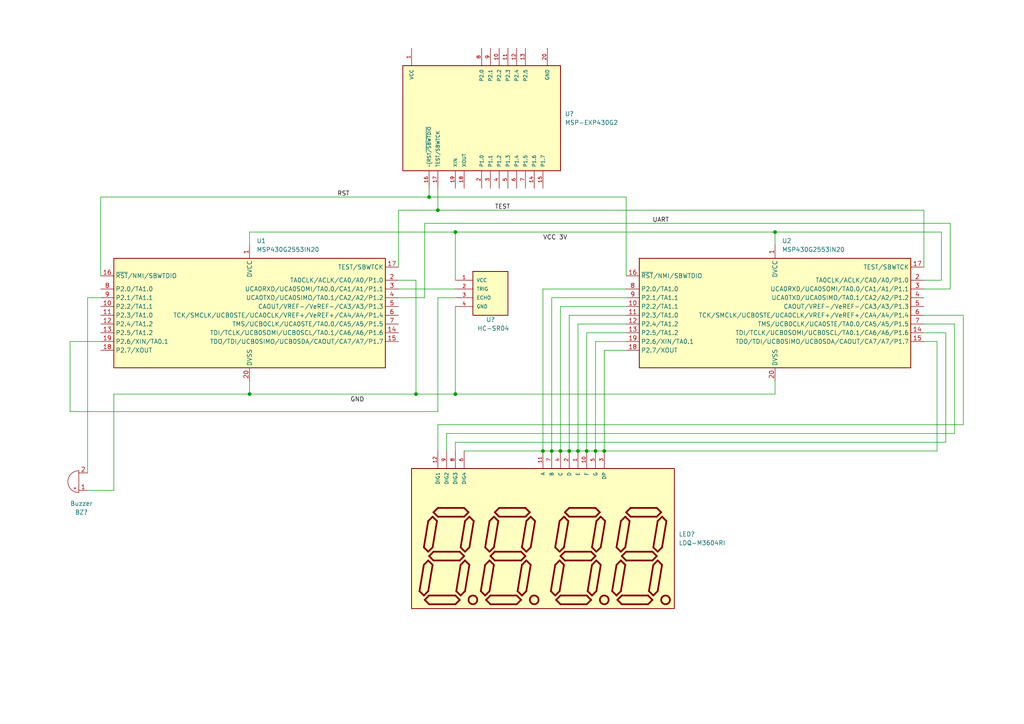
<source format=kicad_sch>
(kicad_sch (version 20211123) (generator eeschema)

  (uuid 92d610a9-3c94-4242-bf44-191b36ddc6b2)

  (paper "A4")

  (lib_symbols
    (symbol "Device:Buzzer" (pin_names (offset 0.0254) hide) (in_bom yes) (on_board yes)
      (property "Reference" "BZ?" (id 0) (at -0.762 8.89 0)
        (effects (font (size 1.27 1.27)))
      )
      (property "Value" "Buzzer" (id 1) (at -0.762 6.35 0)
        (effects (font (size 1.27 1.27)))
      )
      (property "Footprint" "" (id 2) (at 0.635 -2.54 90)
        (effects (font (size 1.27 1.27)) hide)
      )
      (property "Datasheet" "~" (id 3) (at 0.635 -2.54 90)
        (effects (font (size 1.27 1.27)) hide)
      )
      (property "ki_keywords" "quartz resonator ceramic" (id 4) (at 0 0 0)
        (effects (font (size 1.27 1.27)) hide)
      )
      (property "ki_description" "Buzzer, polarized" (id 5) (at 0 0 0)
        (effects (font (size 1.27 1.27)) hide)
      )
      (property "ki_fp_filters" "*Buzzer*" (id 6) (at 0 0 0)
        (effects (font (size 1.27 1.27)) hide)
      )
      (symbol "Buzzer_0_1"
        (arc (start 0 -3.175) (mid 3.175 0) (end 0 3.175)
          (stroke (width 0) (type default) (color 0 0 0 0))
          (fill (type none))
        )
        (polyline
          (pts
            (xy 0 3.175)
            (xy 0 -3.175)
          )
          (stroke (width 0) (type default) (color 0 0 0 0))
          (fill (type none))
        )
        (polyline
          (pts
            (xy 0.889 1.905)
            (xy 1.397 1.905)
          )
          (stroke (width 0) (type default) (color 0 0 0 0))
          (fill (type none))
        )
        (polyline
          (pts
            (xy 1.143 2.159)
            (xy 1.143 1.651)
          )
          (stroke (width 0) (type default) (color 0 0 0 0))
          (fill (type none))
        )
      )
      (symbol "Buzzer_1_1"
        (pin passive line (at -2.54 2.54 0) (length 2.54)
          (name "-" (effects (font (size 1.27 1.27))))
          (number "1" (effects (font (size 1.27 1.27))))
        )
        (pin passive line (at -2.54 -2.54 0) (length 2.54)
          (name "+" (effects (font (size 1.27 1.27))))
          (number "2" (effects (font (size 1.27 1.27))))
        )
      )
    )
    (symbol "HC-SR04:HC-SR04" (pin_names (offset 1.016)) (in_bom yes) (on_board yes)
      (property "Reference" "U" (id 0) (at 0 5.0813 0)
        (effects (font (size 1.27 1.27)) (justify left bottom))
      )
      (property "Value" "HC-SR04" (id 1) (at 0 -10.163 0)
        (effects (font (size 1.27 1.27)) (justify left bottom))
      )
      (property "Footprint" "XCVR_HC-SR04" (id 2) (at 0 0 0)
        (effects (font (size 1.27 1.27)) (justify bottom) hide)
      )
      (property "Datasheet" "" (id 3) (at 0 0 0)
        (effects (font (size 1.27 1.27)) hide)
      )
      (property "MANUFACTURER" "Osepp" (id 4) (at 0 0 0)
        (effects (font (size 1.27 1.27)) (justify bottom) hide)
      )
      (symbol "HC-SR04_0_0"
        (rectangle (start 0 -7.62) (end 10.16 5.08)
          (stroke (width 0.254) (type default) (color 0 0 0 0))
          (fill (type background))
        )
        (pin power_in line (at -5.08 2.54 0) (length 5.08)
          (name "VCC" (effects (font (size 1.016 1.016))))
          (number "1" (effects (font (size 1.016 1.016))))
        )
        (pin bidirectional line (at -5.08 0 0) (length 5.08)
          (name "TRIG" (effects (font (size 1.016 1.016))))
          (number "2" (effects (font (size 1.016 1.016))))
        )
        (pin bidirectional line (at -5.08 -2.54 0) (length 5.08)
          (name "ECHO" (effects (font (size 1.016 1.016))))
          (number "3" (effects (font (size 1.016 1.016))))
        )
        (pin power_in line (at -5.08 -5.08 0) (length 5.08)
          (name "GND" (effects (font (size 1.016 1.016))))
          (number "4" (effects (font (size 1.016 1.016))))
        )
      )
    )
    (symbol "LDQ-M3604RI:LDQ-M3604RI" (pin_names (offset 1.016)) (in_bom yes) (on_board yes)
      (property "Reference" "LED" (id 0) (at -2.54 -20.32 0)
        (effects (font (size 1.27 1.27)) (justify left bottom))
      )
      (property "Value" "LDQ-M3604RI" (id 1) (at -2.54 -22.86 0)
        (effects (font (size 1.27 1.27)) (justify left bottom))
      )
      (property "Footprint" "LDQ-M3604RI" (id 2) (at 0 0 0)
        (effects (font (size 1.27 1.27)) (justify bottom) hide)
      )
      (property "Datasheet" "" (id 3) (at 0 0 0)
        (effects (font (size 1.27 1.27)) hide)
      )
      (property "Package" "None" (id 4) (at 0 0 0)
        (effects (font (size 1.27 1.27)) (justify bottom) hide)
      )
      (property "MP" "LDQ-M3604RI" (id 5) (at 0 0 0)
        (effects (font (size 1.27 1.27)) (justify bottom) hide)
      )
      (property "Description" "Display, Seven Segment, 9.2MM, Red" (id 6) (at 0 0 0)
        (effects (font (size 1.27 1.27)) (justify bottom) hide)
      )
      (property "Availability" "In Stock" (id 7) (at 0 0 0)
        (effects (font (size 1.27 1.27)) (justify bottom) hide)
      )
      (property "MF" "Lumex" (id 8) (at 0 0 0)
        (effects (font (size 1.27 1.27)) (justify bottom) hide)
      )
      (property "Price" "None" (id 9) (at 0 0 0)
        (effects (font (size 1.27 1.27)) (justify bottom) hide)
      )
      (symbol "LDQ-M3604RI_0_0"
        (rectangle (start -38.1 -17.78) (end 38.1 22.86)
          (stroke (width 0.254) (type default) (color 0 0 0 0))
          (fill (type background))
        )
        (circle (center -20.32 -15.24) (radius 1.27)
          (stroke (width 0.508) (type default) (color 0 0 0 0))
          (fill (type none))
        )
        (circle (center -2.54 -15.24) (radius 1.27)
          (stroke (width 0.508) (type default) (color 0 0 0 0))
          (fill (type none))
        )
        (polyline
          (pts
            (xy -35.814 -12.7)
            (xy -34.544 -13.97)
          )
          (stroke (width 0.508) (type default) (color 0 0 0 0))
          (fill (type none))
        )
        (polyline
          (pts
            (xy -34.544 -13.97)
            (xy -33.274 -12.7)
          )
          (stroke (width 0.508) (type default) (color 0 0 0 0))
          (fill (type none))
        )
        (polyline
          (pts
            (xy -34.544 -5.08)
            (xy -35.814 -12.7)
          )
          (stroke (width 0.508) (type default) (color 0 0 0 0))
          (fill (type none))
        )
        (polyline
          (pts
            (xy -34.544 0)
            (xy -33.274 -1.27)
          )
          (stroke (width 0.508) (type default) (color 0 0 0 0))
          (fill (type none))
        )
        (polyline
          (pts
            (xy -34.29 -15.24)
            (xy -33.02 -16.51)
          )
          (stroke (width 0.508) (type default) (color 0 0 0 0))
          (fill (type none))
        )
        (polyline
          (pts
            (xy -34.29 -15.24)
            (xy -33.02 -13.97)
          )
          (stroke (width 0.508) (type default) (color 0 0 0 0))
          (fill (type none))
        )
        (polyline
          (pts
            (xy -33.274 -12.7)
            (xy -32.004 -5.08)
          )
          (stroke (width 0.508) (type default) (color 0 0 0 0))
          (fill (type none))
        )
        (polyline
          (pts
            (xy -33.274 -3.81)
            (xy -34.544 -5.08)
          )
          (stroke (width 0.508) (type default) (color 0 0 0 0))
          (fill (type none))
        )
        (polyline
          (pts
            (xy -33.274 -3.81)
            (xy -32.004 -5.08)
          )
          (stroke (width 0.508) (type default) (color 0 0 0 0))
          (fill (type none))
        )
        (polyline
          (pts
            (xy -33.274 -1.27)
            (xy -32.004 0)
          )
          (stroke (width 0.508) (type default) (color 0 0 0 0))
          (fill (type none))
        )
        (polyline
          (pts
            (xy -33.274 7.62)
            (xy -34.544 0)
          )
          (stroke (width 0.508) (type default) (color 0 0 0 0))
          (fill (type none))
        )
        (polyline
          (pts
            (xy -33.02 -16.51)
            (xy -25.4 -16.51)
          )
          (stroke (width 0.508) (type default) (color 0 0 0 0))
          (fill (type none))
        )
        (polyline
          (pts
            (xy -33.02 -2.54)
            (xy -31.75 -3.81)
          )
          (stroke (width 0.508) (type default) (color 0 0 0 0))
          (fill (type none))
        )
        (polyline
          (pts
            (xy -33.02 -2.54)
            (xy -31.75 -1.27)
          )
          (stroke (width 0.508) (type default) (color 0 0 0 0))
          (fill (type none))
        )
        (polyline
          (pts
            (xy -32.004 0)
            (xy -30.734 7.62)
          )
          (stroke (width 0.508) (type default) (color 0 0 0 0))
          (fill (type none))
        )
        (polyline
          (pts
            (xy -32.004 8.89)
            (xy -33.274 7.62)
          )
          (stroke (width 0.508) (type default) (color 0 0 0 0))
          (fill (type none))
        )
        (polyline
          (pts
            (xy -32.004 8.89)
            (xy -30.734 7.62)
          )
          (stroke (width 0.508) (type default) (color 0 0 0 0))
          (fill (type none))
        )
        (polyline
          (pts
            (xy -31.75 -3.81)
            (xy -24.13 -3.81)
          )
          (stroke (width 0.508) (type default) (color 0 0 0 0))
          (fill (type none))
        )
        (polyline
          (pts
            (xy -31.75 10.16)
            (xy -30.48 11.43)
          )
          (stroke (width 0.508) (type default) (color 0 0 0 0))
          (fill (type none))
        )
        (polyline
          (pts
            (xy -30.48 8.89)
            (xy -31.75 10.16)
          )
          (stroke (width 0.508) (type default) (color 0 0 0 0))
          (fill (type none))
        )
        (polyline
          (pts
            (xy -30.48 11.43)
            (xy -22.86 11.43)
          )
          (stroke (width 0.508) (type default) (color 0 0 0 0))
          (fill (type none))
        )
        (polyline
          (pts
            (xy -25.4 -16.51)
            (xy -24.13 -15.24)
          )
          (stroke (width 0.508) (type default) (color 0 0 0 0))
          (fill (type none))
        )
        (polyline
          (pts
            (xy -25.4 -13.97)
            (xy -33.02 -13.97)
          )
          (stroke (width 0.508) (type default) (color 0 0 0 0))
          (fill (type none))
        )
        (polyline
          (pts
            (xy -25.146 -12.7)
            (xy -23.876 -13.97)
          )
          (stroke (width 0.508) (type default) (color 0 0 0 0))
          (fill (type none))
        )
        (polyline
          (pts
            (xy -24.13 -15.24)
            (xy -25.4 -13.97)
          )
          (stroke (width 0.508) (type default) (color 0 0 0 0))
          (fill (type none))
        )
        (polyline
          (pts
            (xy -24.13 -3.81)
            (xy -22.86 -2.54)
          )
          (stroke (width 0.508) (type default) (color 0 0 0 0))
          (fill (type none))
        )
        (polyline
          (pts
            (xy -24.13 -1.27)
            (xy -31.75 -1.27)
          )
          (stroke (width 0.508) (type default) (color 0 0 0 0))
          (fill (type none))
        )
        (polyline
          (pts
            (xy -23.876 -13.97)
            (xy -22.606 -12.7)
          )
          (stroke (width 0.508) (type default) (color 0 0 0 0))
          (fill (type none))
        )
        (polyline
          (pts
            (xy -23.876 -5.08)
            (xy -25.146 -12.7)
          )
          (stroke (width 0.508) (type default) (color 0 0 0 0))
          (fill (type none))
        )
        (polyline
          (pts
            (xy -23.876 0)
            (xy -22.606 -1.27)
          )
          (stroke (width 0.508) (type default) (color 0 0 0 0))
          (fill (type none))
        )
        (polyline
          (pts
            (xy -22.86 -2.54)
            (xy -24.13 -1.27)
          )
          (stroke (width 0.508) (type default) (color 0 0 0 0))
          (fill (type none))
        )
        (polyline
          (pts
            (xy -22.86 8.89)
            (xy -30.48 8.89)
          )
          (stroke (width 0.508) (type default) (color 0 0 0 0))
          (fill (type none))
        )
        (polyline
          (pts
            (xy -22.86 11.43)
            (xy -21.59 10.16)
          )
          (stroke (width 0.508) (type default) (color 0 0 0 0))
          (fill (type none))
        )
        (polyline
          (pts
            (xy -22.606 -12.7)
            (xy -21.336 -5.08)
          )
          (stroke (width 0.508) (type default) (color 0 0 0 0))
          (fill (type none))
        )
        (polyline
          (pts
            (xy -22.606 -3.81)
            (xy -23.876 -5.08)
          )
          (stroke (width 0.508) (type default) (color 0 0 0 0))
          (fill (type none))
        )
        (polyline
          (pts
            (xy -22.606 -3.81)
            (xy -21.336 -5.08)
          )
          (stroke (width 0.508) (type default) (color 0 0 0 0))
          (fill (type none))
        )
        (polyline
          (pts
            (xy -22.606 -1.27)
            (xy -21.336 0)
          )
          (stroke (width 0.508) (type default) (color 0 0 0 0))
          (fill (type none))
        )
        (polyline
          (pts
            (xy -22.606 7.62)
            (xy -23.876 0)
          )
          (stroke (width 0.508) (type default) (color 0 0 0 0))
          (fill (type none))
        )
        (polyline
          (pts
            (xy -21.59 10.16)
            (xy -22.86 8.89)
          )
          (stroke (width 0.508) (type default) (color 0 0 0 0))
          (fill (type none))
        )
        (polyline
          (pts
            (xy -21.336 0)
            (xy -20.066 7.62)
          )
          (stroke (width 0.508) (type default) (color 0 0 0 0))
          (fill (type none))
        )
        (polyline
          (pts
            (xy -21.336 8.89)
            (xy -22.606 7.62)
          )
          (stroke (width 0.508) (type default) (color 0 0 0 0))
          (fill (type none))
        )
        (polyline
          (pts
            (xy -21.336 8.89)
            (xy -20.066 7.62)
          )
          (stroke (width 0.508) (type default) (color 0 0 0 0))
          (fill (type none))
        )
        (polyline
          (pts
            (xy -18.034 -12.7)
            (xy -16.764 -13.97)
          )
          (stroke (width 0.508) (type default) (color 0 0 0 0))
          (fill (type none))
        )
        (polyline
          (pts
            (xy -16.764 -13.97)
            (xy -15.494 -12.7)
          )
          (stroke (width 0.508) (type default) (color 0 0 0 0))
          (fill (type none))
        )
        (polyline
          (pts
            (xy -16.764 -5.08)
            (xy -18.034 -12.7)
          )
          (stroke (width 0.508) (type default) (color 0 0 0 0))
          (fill (type none))
        )
        (polyline
          (pts
            (xy -16.764 0)
            (xy -15.494 -1.27)
          )
          (stroke (width 0.508) (type default) (color 0 0 0 0))
          (fill (type none))
        )
        (polyline
          (pts
            (xy -16.51 -15.24)
            (xy -15.24 -16.51)
          )
          (stroke (width 0.508) (type default) (color 0 0 0 0))
          (fill (type none))
        )
        (polyline
          (pts
            (xy -16.51 -15.24)
            (xy -15.24 -13.97)
          )
          (stroke (width 0.508) (type default) (color 0 0 0 0))
          (fill (type none))
        )
        (polyline
          (pts
            (xy -15.494 -12.7)
            (xy -14.224 -5.08)
          )
          (stroke (width 0.508) (type default) (color 0 0 0 0))
          (fill (type none))
        )
        (polyline
          (pts
            (xy -15.494 -3.81)
            (xy -16.764 -5.08)
          )
          (stroke (width 0.508) (type default) (color 0 0 0 0))
          (fill (type none))
        )
        (polyline
          (pts
            (xy -15.494 -3.81)
            (xy -14.224 -5.08)
          )
          (stroke (width 0.508) (type default) (color 0 0 0 0))
          (fill (type none))
        )
        (polyline
          (pts
            (xy -15.494 -1.27)
            (xy -14.224 0)
          )
          (stroke (width 0.508) (type default) (color 0 0 0 0))
          (fill (type none))
        )
        (polyline
          (pts
            (xy -15.494 7.62)
            (xy -16.764 0)
          )
          (stroke (width 0.508) (type default) (color 0 0 0 0))
          (fill (type none))
        )
        (polyline
          (pts
            (xy -15.24 -16.51)
            (xy -7.62 -16.51)
          )
          (stroke (width 0.508) (type default) (color 0 0 0 0))
          (fill (type none))
        )
        (polyline
          (pts
            (xy -15.24 -2.54)
            (xy -13.97 -3.81)
          )
          (stroke (width 0.508) (type default) (color 0 0 0 0))
          (fill (type none))
        )
        (polyline
          (pts
            (xy -15.24 -2.54)
            (xy -13.97 -1.27)
          )
          (stroke (width 0.508) (type default) (color 0 0 0 0))
          (fill (type none))
        )
        (polyline
          (pts
            (xy -14.224 0)
            (xy -12.954 7.62)
          )
          (stroke (width 0.508) (type default) (color 0 0 0 0))
          (fill (type none))
        )
        (polyline
          (pts
            (xy -14.224 8.89)
            (xy -15.494 7.62)
          )
          (stroke (width 0.508) (type default) (color 0 0 0 0))
          (fill (type none))
        )
        (polyline
          (pts
            (xy -14.224 8.89)
            (xy -12.954 7.62)
          )
          (stroke (width 0.508) (type default) (color 0 0 0 0))
          (fill (type none))
        )
        (polyline
          (pts
            (xy -13.97 -3.81)
            (xy -6.35 -3.81)
          )
          (stroke (width 0.508) (type default) (color 0 0 0 0))
          (fill (type none))
        )
        (polyline
          (pts
            (xy -13.97 10.16)
            (xy -12.7 11.43)
          )
          (stroke (width 0.508) (type default) (color 0 0 0 0))
          (fill (type none))
        )
        (polyline
          (pts
            (xy -12.7 8.89)
            (xy -13.97 10.16)
          )
          (stroke (width 0.508) (type default) (color 0 0 0 0))
          (fill (type none))
        )
        (polyline
          (pts
            (xy -12.7 11.43)
            (xy -5.08 11.43)
          )
          (stroke (width 0.508) (type default) (color 0 0 0 0))
          (fill (type none))
        )
        (polyline
          (pts
            (xy -7.62 -16.51)
            (xy -6.35 -15.24)
          )
          (stroke (width 0.508) (type default) (color 0 0 0 0))
          (fill (type none))
        )
        (polyline
          (pts
            (xy -7.62 -13.97)
            (xy -15.24 -13.97)
          )
          (stroke (width 0.508) (type default) (color 0 0 0 0))
          (fill (type none))
        )
        (polyline
          (pts
            (xy -7.366 -12.7)
            (xy -6.096 -13.97)
          )
          (stroke (width 0.508) (type default) (color 0 0 0 0))
          (fill (type none))
        )
        (polyline
          (pts
            (xy -6.35 -15.24)
            (xy -7.62 -13.97)
          )
          (stroke (width 0.508) (type default) (color 0 0 0 0))
          (fill (type none))
        )
        (polyline
          (pts
            (xy -6.35 -3.81)
            (xy -5.08 -2.54)
          )
          (stroke (width 0.508) (type default) (color 0 0 0 0))
          (fill (type none))
        )
        (polyline
          (pts
            (xy -6.35 -1.27)
            (xy -13.97 -1.27)
          )
          (stroke (width 0.508) (type default) (color 0 0 0 0))
          (fill (type none))
        )
        (polyline
          (pts
            (xy -6.096 -13.97)
            (xy -4.826 -12.7)
          )
          (stroke (width 0.508) (type default) (color 0 0 0 0))
          (fill (type none))
        )
        (polyline
          (pts
            (xy -6.096 -5.08)
            (xy -7.366 -12.7)
          )
          (stroke (width 0.508) (type default) (color 0 0 0 0))
          (fill (type none))
        )
        (polyline
          (pts
            (xy -6.096 0)
            (xy -4.826 -1.27)
          )
          (stroke (width 0.508) (type default) (color 0 0 0 0))
          (fill (type none))
        )
        (polyline
          (pts
            (xy -5.08 -2.54)
            (xy -6.35 -1.27)
          )
          (stroke (width 0.508) (type default) (color 0 0 0 0))
          (fill (type none))
        )
        (polyline
          (pts
            (xy -5.08 8.89)
            (xy -12.7 8.89)
          )
          (stroke (width 0.508) (type default) (color 0 0 0 0))
          (fill (type none))
        )
        (polyline
          (pts
            (xy -5.08 11.43)
            (xy -3.81 10.16)
          )
          (stroke (width 0.508) (type default) (color 0 0 0 0))
          (fill (type none))
        )
        (polyline
          (pts
            (xy -4.826 -12.7)
            (xy -3.556 -5.08)
          )
          (stroke (width 0.508) (type default) (color 0 0 0 0))
          (fill (type none))
        )
        (polyline
          (pts
            (xy -4.826 -3.81)
            (xy -6.096 -5.08)
          )
          (stroke (width 0.508) (type default) (color 0 0 0 0))
          (fill (type none))
        )
        (polyline
          (pts
            (xy -4.826 -3.81)
            (xy -3.556 -5.08)
          )
          (stroke (width 0.508) (type default) (color 0 0 0 0))
          (fill (type none))
        )
        (polyline
          (pts
            (xy -4.826 -1.27)
            (xy -3.556 0)
          )
          (stroke (width 0.508) (type default) (color 0 0 0 0))
          (fill (type none))
        )
        (polyline
          (pts
            (xy -4.826 7.62)
            (xy -6.096 0)
          )
          (stroke (width 0.508) (type default) (color 0 0 0 0))
          (fill (type none))
        )
        (polyline
          (pts
            (xy -3.81 10.16)
            (xy -5.08 8.89)
          )
          (stroke (width 0.508) (type default) (color 0 0 0 0))
          (fill (type none))
        )
        (polyline
          (pts
            (xy -3.556 0)
            (xy -2.286 7.62)
          )
          (stroke (width 0.508) (type default) (color 0 0 0 0))
          (fill (type none))
        )
        (polyline
          (pts
            (xy -3.556 8.89)
            (xy -4.826 7.62)
          )
          (stroke (width 0.508) (type default) (color 0 0 0 0))
          (fill (type none))
        )
        (polyline
          (pts
            (xy -3.556 8.89)
            (xy -2.286 7.62)
          )
          (stroke (width 0.508) (type default) (color 0 0 0 0))
          (fill (type none))
        )
        (polyline
          (pts
            (xy 2.286 -12.7)
            (xy 3.556 -13.97)
          )
          (stroke (width 0.508) (type default) (color 0 0 0 0))
          (fill (type none))
        )
        (polyline
          (pts
            (xy 3.556 -13.97)
            (xy 4.826 -12.7)
          )
          (stroke (width 0.508) (type default) (color 0 0 0 0))
          (fill (type none))
        )
        (polyline
          (pts
            (xy 3.556 -5.08)
            (xy 2.286 -12.7)
          )
          (stroke (width 0.508) (type default) (color 0 0 0 0))
          (fill (type none))
        )
        (polyline
          (pts
            (xy 3.556 0)
            (xy 4.826 -1.27)
          )
          (stroke (width 0.508) (type default) (color 0 0 0 0))
          (fill (type none))
        )
        (polyline
          (pts
            (xy 3.81 -15.24)
            (xy 5.08 -16.51)
          )
          (stroke (width 0.508) (type default) (color 0 0 0 0))
          (fill (type none))
        )
        (polyline
          (pts
            (xy 3.81 -15.24)
            (xy 5.08 -13.97)
          )
          (stroke (width 0.508) (type default) (color 0 0 0 0))
          (fill (type none))
        )
        (polyline
          (pts
            (xy 4.826 -12.7)
            (xy 6.096 -5.08)
          )
          (stroke (width 0.508) (type default) (color 0 0 0 0))
          (fill (type none))
        )
        (polyline
          (pts
            (xy 4.826 -3.81)
            (xy 3.556 -5.08)
          )
          (stroke (width 0.508) (type default) (color 0 0 0 0))
          (fill (type none))
        )
        (polyline
          (pts
            (xy 4.826 -3.81)
            (xy 6.096 -5.08)
          )
          (stroke (width 0.508) (type default) (color 0 0 0 0))
          (fill (type none))
        )
        (polyline
          (pts
            (xy 4.826 -1.27)
            (xy 6.096 0)
          )
          (stroke (width 0.508) (type default) (color 0 0 0 0))
          (fill (type none))
        )
        (polyline
          (pts
            (xy 4.826 7.62)
            (xy 3.556 0)
          )
          (stroke (width 0.508) (type default) (color 0 0 0 0))
          (fill (type none))
        )
        (polyline
          (pts
            (xy 5.08 -16.51)
            (xy 12.7 -16.51)
          )
          (stroke (width 0.508) (type default) (color 0 0 0 0))
          (fill (type none))
        )
        (polyline
          (pts
            (xy 5.08 -2.54)
            (xy 6.35 -3.81)
          )
          (stroke (width 0.508) (type default) (color 0 0 0 0))
          (fill (type none))
        )
        (polyline
          (pts
            (xy 5.08 -2.54)
            (xy 6.35 -1.27)
          )
          (stroke (width 0.508) (type default) (color 0 0 0 0))
          (fill (type none))
        )
        (polyline
          (pts
            (xy 6.096 0)
            (xy 7.366 7.62)
          )
          (stroke (width 0.508) (type default) (color 0 0 0 0))
          (fill (type none))
        )
        (polyline
          (pts
            (xy 6.096 8.89)
            (xy 4.826 7.62)
          )
          (stroke (width 0.508) (type default) (color 0 0 0 0))
          (fill (type none))
        )
        (polyline
          (pts
            (xy 6.096 8.89)
            (xy 7.366 7.62)
          )
          (stroke (width 0.508) (type default) (color 0 0 0 0))
          (fill (type none))
        )
        (polyline
          (pts
            (xy 6.35 -3.81)
            (xy 13.97 -3.81)
          )
          (stroke (width 0.508) (type default) (color 0 0 0 0))
          (fill (type none))
        )
        (polyline
          (pts
            (xy 6.35 10.16)
            (xy 7.62 11.43)
          )
          (stroke (width 0.508) (type default) (color 0 0 0 0))
          (fill (type none))
        )
        (polyline
          (pts
            (xy 7.62 8.89)
            (xy 6.35 10.16)
          )
          (stroke (width 0.508) (type default) (color 0 0 0 0))
          (fill (type none))
        )
        (polyline
          (pts
            (xy 7.62 11.43)
            (xy 15.24 11.43)
          )
          (stroke (width 0.508) (type default) (color 0 0 0 0))
          (fill (type none))
        )
        (polyline
          (pts
            (xy 12.7 -16.51)
            (xy 13.97 -15.24)
          )
          (stroke (width 0.508) (type default) (color 0 0 0 0))
          (fill (type none))
        )
        (polyline
          (pts
            (xy 12.7 -13.97)
            (xy 5.08 -13.97)
          )
          (stroke (width 0.508) (type default) (color 0 0 0 0))
          (fill (type none))
        )
        (polyline
          (pts
            (xy 12.954 -12.7)
            (xy 14.224 -13.97)
          )
          (stroke (width 0.508) (type default) (color 0 0 0 0))
          (fill (type none))
        )
        (polyline
          (pts
            (xy 13.97 -15.24)
            (xy 12.7 -13.97)
          )
          (stroke (width 0.508) (type default) (color 0 0 0 0))
          (fill (type none))
        )
        (polyline
          (pts
            (xy 13.97 -3.81)
            (xy 15.24 -2.54)
          )
          (stroke (width 0.508) (type default) (color 0 0 0 0))
          (fill (type none))
        )
        (polyline
          (pts
            (xy 13.97 -1.27)
            (xy 6.35 -1.27)
          )
          (stroke (width 0.508) (type default) (color 0 0 0 0))
          (fill (type none))
        )
        (polyline
          (pts
            (xy 14.224 -13.97)
            (xy 15.494 -12.7)
          )
          (stroke (width 0.508) (type default) (color 0 0 0 0))
          (fill (type none))
        )
        (polyline
          (pts
            (xy 14.224 -5.08)
            (xy 12.954 -12.7)
          )
          (stroke (width 0.508) (type default) (color 0 0 0 0))
          (fill (type none))
        )
        (polyline
          (pts
            (xy 14.224 0)
            (xy 15.494 -1.27)
          )
          (stroke (width 0.508) (type default) (color 0 0 0 0))
          (fill (type none))
        )
        (polyline
          (pts
            (xy 15.24 -2.54)
            (xy 13.97 -1.27)
          )
          (stroke (width 0.508) (type default) (color 0 0 0 0))
          (fill (type none))
        )
        (polyline
          (pts
            (xy 15.24 8.89)
            (xy 7.62 8.89)
          )
          (stroke (width 0.508) (type default) (color 0 0 0 0))
          (fill (type none))
        )
        (polyline
          (pts
            (xy 15.24 11.43)
            (xy 16.51 10.16)
          )
          (stroke (width 0.508) (type default) (color 0 0 0 0))
          (fill (type none))
        )
        (polyline
          (pts
            (xy 15.494 -12.7)
            (xy 16.764 -5.08)
          )
          (stroke (width 0.508) (type default) (color 0 0 0 0))
          (fill (type none))
        )
        (polyline
          (pts
            (xy 15.494 -3.81)
            (xy 14.224 -5.08)
          )
          (stroke (width 0.508) (type default) (color 0 0 0 0))
          (fill (type none))
        )
        (polyline
          (pts
            (xy 15.494 -3.81)
            (xy 16.764 -5.08)
          )
          (stroke (width 0.508) (type default) (color 0 0 0 0))
          (fill (type none))
        )
        (polyline
          (pts
            (xy 15.494 -1.27)
            (xy 16.764 0)
          )
          (stroke (width 0.508) (type default) (color 0 0 0 0))
          (fill (type none))
        )
        (polyline
          (pts
            (xy 15.494 7.62)
            (xy 14.224 0)
          )
          (stroke (width 0.508) (type default) (color 0 0 0 0))
          (fill (type none))
        )
        (polyline
          (pts
            (xy 16.51 10.16)
            (xy 15.24 8.89)
          )
          (stroke (width 0.508) (type default) (color 0 0 0 0))
          (fill (type none))
        )
        (polyline
          (pts
            (xy 16.764 0)
            (xy 18.034 7.62)
          )
          (stroke (width 0.508) (type default) (color 0 0 0 0))
          (fill (type none))
        )
        (polyline
          (pts
            (xy 16.764 8.89)
            (xy 15.494 7.62)
          )
          (stroke (width 0.508) (type default) (color 0 0 0 0))
          (fill (type none))
        )
        (polyline
          (pts
            (xy 16.764 8.89)
            (xy 18.034 7.62)
          )
          (stroke (width 0.508) (type default) (color 0 0 0 0))
          (fill (type none))
        )
        (polyline
          (pts
            (xy 20.066 -12.7)
            (xy 21.336 -13.97)
          )
          (stroke (width 0.508) (type default) (color 0 0 0 0))
          (fill (type none))
        )
        (polyline
          (pts
            (xy 21.336 -13.97)
            (xy 22.606 -12.7)
          )
          (stroke (width 0.508) (type default) (color 0 0 0 0))
          (fill (type none))
        )
        (polyline
          (pts
            (xy 21.336 -5.08)
            (xy 20.066 -12.7)
          )
          (stroke (width 0.508) (type default) (color 0 0 0 0))
          (fill (type none))
        )
        (polyline
          (pts
            (xy 21.336 0)
            (xy 22.606 -1.27)
          )
          (stroke (width 0.508) (type default) (color 0 0 0 0))
          (fill (type none))
        )
        (polyline
          (pts
            (xy 21.59 -15.24)
            (xy 22.86 -16.51)
          )
          (stroke (width 0.508) (type default) (color 0 0 0 0))
          (fill (type none))
        )
        (polyline
          (pts
            (xy 21.59 -15.24)
            (xy 22.86 -13.97)
          )
          (stroke (width 0.508) (type default) (color 0 0 0 0))
          (fill (type none))
        )
        (polyline
          (pts
            (xy 22.606 -12.7)
            (xy 23.876 -5.08)
          )
          (stroke (width 0.508) (type default) (color 0 0 0 0))
          (fill (type none))
        )
        (polyline
          (pts
            (xy 22.606 -3.81)
            (xy 21.336 -5.08)
          )
          (stroke (width 0.508) (type default) (color 0 0 0 0))
          (fill (type none))
        )
        (polyline
          (pts
            (xy 22.606 -3.81)
            (xy 23.876 -5.08)
          )
          (stroke (width 0.508) (type default) (color 0 0 0 0))
          (fill (type none))
        )
        (polyline
          (pts
            (xy 22.606 -1.27)
            (xy 23.876 0)
          )
          (stroke (width 0.508) (type default) (color 0 0 0 0))
          (fill (type none))
        )
        (polyline
          (pts
            (xy 22.606 7.62)
            (xy 21.336 0)
          )
          (stroke (width 0.508) (type default) (color 0 0 0 0))
          (fill (type none))
        )
        (polyline
          (pts
            (xy 22.86 -16.51)
            (xy 30.48 -16.51)
          )
          (stroke (width 0.508) (type default) (color 0 0 0 0))
          (fill (type none))
        )
        (polyline
          (pts
            (xy 22.86 -2.54)
            (xy 24.13 -3.81)
          )
          (stroke (width 0.508) (type default) (color 0 0 0 0))
          (fill (type none))
        )
        (polyline
          (pts
            (xy 22.86 -2.54)
            (xy 24.13 -1.27)
          )
          (stroke (width 0.508) (type default) (color 0 0 0 0))
          (fill (type none))
        )
        (polyline
          (pts
            (xy 23.876 0)
            (xy 25.146 7.62)
          )
          (stroke (width 0.508) (type default) (color 0 0 0 0))
          (fill (type none))
        )
        (polyline
          (pts
            (xy 23.876 8.89)
            (xy 22.606 7.62)
          )
          (stroke (width 0.508) (type default) (color 0 0 0 0))
          (fill (type none))
        )
        (polyline
          (pts
            (xy 23.876 8.89)
            (xy 25.146 7.62)
          )
          (stroke (width 0.508) (type default) (color 0 0 0 0))
          (fill (type none))
        )
        (polyline
          (pts
            (xy 24.13 -3.81)
            (xy 31.75 -3.81)
          )
          (stroke (width 0.508) (type default) (color 0 0 0 0))
          (fill (type none))
        )
        (polyline
          (pts
            (xy 24.13 10.16)
            (xy 25.4 11.43)
          )
          (stroke (width 0.508) (type default) (color 0 0 0 0))
          (fill (type none))
        )
        (polyline
          (pts
            (xy 25.4 8.89)
            (xy 24.13 10.16)
          )
          (stroke (width 0.508) (type default) (color 0 0 0 0))
          (fill (type none))
        )
        (polyline
          (pts
            (xy 25.4 11.43)
            (xy 33.02 11.43)
          )
          (stroke (width 0.508) (type default) (color 0 0 0 0))
          (fill (type none))
        )
        (polyline
          (pts
            (xy 30.48 -16.51)
            (xy 31.75 -15.24)
          )
          (stroke (width 0.508) (type default) (color 0 0 0 0))
          (fill (type none))
        )
        (polyline
          (pts
            (xy 30.48 -13.97)
            (xy 22.86 -13.97)
          )
          (stroke (width 0.508) (type default) (color 0 0 0 0))
          (fill (type none))
        )
        (polyline
          (pts
            (xy 30.734 -12.7)
            (xy 32.004 -13.97)
          )
          (stroke (width 0.508) (type default) (color 0 0 0 0))
          (fill (type none))
        )
        (polyline
          (pts
            (xy 31.75 -15.24)
            (xy 30.48 -13.97)
          )
          (stroke (width 0.508) (type default) (color 0 0 0 0))
          (fill (type none))
        )
        (polyline
          (pts
            (xy 31.75 -3.81)
            (xy 33.02 -2.54)
          )
          (stroke (width 0.508) (type default) (color 0 0 0 0))
          (fill (type none))
        )
        (polyline
          (pts
            (xy 31.75 -1.27)
            (xy 24.13 -1.27)
          )
          (stroke (width 0.508) (type default) (color 0 0 0 0))
          (fill (type none))
        )
        (polyline
          (pts
            (xy 32.004 -13.97)
            (xy 33.274 -12.7)
          )
          (stroke (width 0.508) (type default) (color 0 0 0 0))
          (fill (type none))
        )
        (polyline
          (pts
            (xy 32.004 -5.08)
            (xy 30.734 -12.7)
          )
          (stroke (width 0.508) (type default) (color 0 0 0 0))
          (fill (type none))
        )
        (polyline
          (pts
            (xy 32.004 0)
            (xy 33.274 -1.27)
          )
          (stroke (width 0.508) (type default) (color 0 0 0 0))
          (fill (type none))
        )
        (polyline
          (pts
            (xy 33.02 -2.54)
            (xy 31.75 -1.27)
          )
          (stroke (width 0.508) (type default) (color 0 0 0 0))
          (fill (type none))
        )
        (polyline
          (pts
            (xy 33.02 8.89)
            (xy 25.4 8.89)
          )
          (stroke (width 0.508) (type default) (color 0 0 0 0))
          (fill (type none))
        )
        (polyline
          (pts
            (xy 33.02 11.43)
            (xy 34.29 10.16)
          )
          (stroke (width 0.508) (type default) (color 0 0 0 0))
          (fill (type none))
        )
        (polyline
          (pts
            (xy 33.274 -12.7)
            (xy 34.544 -5.08)
          )
          (stroke (width 0.508) (type default) (color 0 0 0 0))
          (fill (type none))
        )
        (polyline
          (pts
            (xy 33.274 -3.81)
            (xy 32.004 -5.08)
          )
          (stroke (width 0.508) (type default) (color 0 0 0 0))
          (fill (type none))
        )
        (polyline
          (pts
            (xy 33.274 -3.81)
            (xy 34.544 -5.08)
          )
          (stroke (width 0.508) (type default) (color 0 0 0 0))
          (fill (type none))
        )
        (polyline
          (pts
            (xy 33.274 -1.27)
            (xy 34.544 0)
          )
          (stroke (width 0.508) (type default) (color 0 0 0 0))
          (fill (type none))
        )
        (polyline
          (pts
            (xy 33.274 7.62)
            (xy 32.004 0)
          )
          (stroke (width 0.508) (type default) (color 0 0 0 0))
          (fill (type none))
        )
        (polyline
          (pts
            (xy 34.29 10.16)
            (xy 33.02 8.89)
          )
          (stroke (width 0.508) (type default) (color 0 0 0 0))
          (fill (type none))
        )
        (polyline
          (pts
            (xy 34.544 0)
            (xy 35.814 7.62)
          )
          (stroke (width 0.508) (type default) (color 0 0 0 0))
          (fill (type none))
        )
        (polyline
          (pts
            (xy 34.544 8.89)
            (xy 33.274 7.62)
          )
          (stroke (width 0.508) (type default) (color 0 0 0 0))
          (fill (type none))
        )
        (polyline
          (pts
            (xy 34.544 8.89)
            (xy 35.814 7.62)
          )
          (stroke (width 0.508) (type default) (color 0 0 0 0))
          (fill (type none))
        )
        (circle (center 17.78 -15.24) (radius 1.27)
          (stroke (width 0.508) (type default) (color 0 0 0 0))
          (fill (type none))
        )
        (circle (center 35.56 -15.24) (radius 1.27)
          (stroke (width 0.508) (type default) (color 0 0 0 0))
          (fill (type none))
        )
        (pin bidirectional line (at 10.16 27.94 270) (length 5.08)
          (name "E" (effects (font (size 1.016 1.016))))
          (number "1" (effects (font (size 1.016 1.016))))
        )
        (pin bidirectional line (at 12.7 27.94 270) (length 5.08)
          (name "F" (effects (font (size 1.016 1.016))))
          (number "10" (effects (font (size 1.016 1.016))))
        )
        (pin bidirectional line (at 0 27.94 270) (length 5.08)
          (name "A" (effects (font (size 1.016 1.016))))
          (number "11" (effects (font (size 1.016 1.016))))
        )
        (pin bidirectional line (at -30.48 27.94 270) (length 5.08)
          (name "DIG1" (effects (font (size 1.016 1.016))))
          (number "12" (effects (font (size 1.016 1.016))))
        )
        (pin bidirectional line (at 7.62 27.94 270) (length 5.08)
          (name "D" (effects (font (size 1.016 1.016))))
          (number "2" (effects (font (size 1.016 1.016))))
        )
        (pin bidirectional line (at 17.78 27.94 270) (length 5.08)
          (name "DP" (effects (font (size 1.016 1.016))))
          (number "3" (effects (font (size 1.016 1.016))))
        )
        (pin bidirectional line (at 5.08 27.94 270) (length 5.08)
          (name "C" (effects (font (size 1.016 1.016))))
          (number "4" (effects (font (size 1.016 1.016))))
        )
        (pin bidirectional line (at 15.24 27.94 270) (length 5.08)
          (name "G" (effects (font (size 1.016 1.016))))
          (number "5" (effects (font (size 1.016 1.016))))
        )
        (pin bidirectional line (at -22.86 27.94 270) (length 5.08)
          (name "DIG4" (effects (font (size 1.016 1.016))))
          (number "6" (effects (font (size 1.016 1.016))))
        )
        (pin bidirectional line (at 2.54 27.94 270) (length 5.08)
          (name "B" (effects (font (size 1.016 1.016))))
          (number "7" (effects (font (size 1.016 1.016))))
        )
        (pin bidirectional line (at -25.4 27.94 270) (length 5.08)
          (name "DIG3" (effects (font (size 1.016 1.016))))
          (number "8" (effects (font (size 1.016 1.016))))
        )
        (pin bidirectional line (at -27.94 27.94 270) (length 5.08)
          (name "DIG2" (effects (font (size 1.016 1.016))))
          (number "9" (effects (font (size 1.016 1.016))))
        )
      )
    )
    (symbol "MCU_Texas_MSP430:MSP430G2553IN20" (in_bom yes) (on_board yes)
      (property "Reference" "U" (id 0) (at -38.1 17.78 0)
        (effects (font (size 1.27 1.27)))
      )
      (property "Value" "MSP430G2553IN20" (id 1) (at 31.75 -16.51 0)
        (effects (font (size 1.27 1.27)))
      )
      (property "Footprint" "Package_DIP:DIP-20_W7.62mm" (id 2) (at -36.83 -13.97 0)
        (effects (font (size 1.27 1.27) italic) hide)
      )
      (property "Datasheet" "http://www.ti.com/lit/ds/symlink/msp430g2553.pdf" (id 3) (at -1.27 0 0)
        (effects (font (size 1.27 1.27)) hide)
      )
      (property "ki_keywords" "TI MSP430 16-bit mixed signal microcontroller" (id 4) (at 0 0 0)
        (effects (font (size 1.27 1.27)) hide)
      )
      (property "ki_description" "16kB Flash, 512B RAM, DIP-20" (id 5) (at 0 0 0)
        (effects (font (size 1.27 1.27)) hide)
      )
      (property "ki_fp_filters" "DIP*W7.62mm*" (id 6) (at 0 0 0)
        (effects (font (size 1.27 1.27)) hide)
      )
      (symbol "MSP430G2553IN20_0_1"
        (rectangle (start -39.37 16.51) (end 39.37 -15.24)
          (stroke (width 0.254) (type default) (color 0 0 0 0))
          (fill (type background))
        )
      )
      (symbol "MSP430G2553IN20_1_1"
        (pin power_in line (at 0 20.32 270) (length 3.81)
          (name "DVCC" (effects (font (size 1.27 1.27))))
          (number "1" (effects (font (size 1.27 1.27))))
        )
        (pin bidirectional line (at -43.18 2.54 0) (length 3.81)
          (name "P2.2/TA1.1" (effects (font (size 1.27 1.27))))
          (number "10" (effects (font (size 1.27 1.27))))
        )
        (pin bidirectional line (at -43.18 0 0) (length 3.81)
          (name "P2.3/TA1.0" (effects (font (size 1.27 1.27))))
          (number "11" (effects (font (size 1.27 1.27))))
        )
        (pin bidirectional line (at -43.18 -2.54 0) (length 3.81)
          (name "P2.4/TA1.2" (effects (font (size 1.27 1.27))))
          (number "12" (effects (font (size 1.27 1.27))))
        )
        (pin bidirectional line (at -43.18 -5.08 0) (length 3.81)
          (name "P2.5/TA1.2" (effects (font (size 1.27 1.27))))
          (number "13" (effects (font (size 1.27 1.27))))
        )
        (pin bidirectional line (at 43.18 -5.08 180) (length 3.81)
          (name "TDI/TCLK/UCB0SOMI/UCB0SCL/TA0.1/CA6/A6/P1.6" (effects (font (size 1.27 1.27))))
          (number "14" (effects (font (size 1.27 1.27))))
        )
        (pin bidirectional line (at 43.18 -7.62 180) (length 3.81)
          (name "TDO/TDI/UCB0SIMO/UCB0SDA/CAOUT/CA7/A7/P1.7" (effects (font (size 1.27 1.27))))
          (number "15" (effects (font (size 1.27 1.27))))
        )
        (pin input line (at -43.18 11.43 0) (length 3.81)
          (name "~{RST}/NMI/SBWTDIO" (effects (font (size 1.27 1.27))))
          (number "16" (effects (font (size 1.27 1.27))))
        )
        (pin input line (at 43.18 13.97 180) (length 3.81)
          (name "TEST/SBWTCK" (effects (font (size 1.27 1.27))))
          (number "17" (effects (font (size 1.27 1.27))))
        )
        (pin bidirectional line (at -43.18 -10.16 0) (length 3.81)
          (name "P2.7/XOUT" (effects (font (size 1.27 1.27))))
          (number "18" (effects (font (size 1.27 1.27))))
        )
        (pin bidirectional line (at -43.18 -7.62 0) (length 3.81)
          (name "P2.6/XIN/TA0.1" (effects (font (size 1.27 1.27))))
          (number "19" (effects (font (size 1.27 1.27))))
        )
        (pin bidirectional line (at 43.18 10.16 180) (length 3.81)
          (name "TA0CLK/ACLK/CA0/A0/P1.0" (effects (font (size 1.27 1.27))))
          (number "2" (effects (font (size 1.27 1.27))))
        )
        (pin power_in line (at 0 -19.05 90) (length 3.81)
          (name "DVSS" (effects (font (size 1.27 1.27))))
          (number "20" (effects (font (size 1.27 1.27))))
        )
        (pin bidirectional line (at 43.18 7.62 180) (length 3.81)
          (name "UCA0RXD/UCA0SOMI/TA0.0/CA1/A1/P1.1" (effects (font (size 1.27 1.27))))
          (number "3" (effects (font (size 1.27 1.27))))
        )
        (pin bidirectional line (at 43.18 5.08 180) (length 3.81)
          (name "UCA0TXD/UCA0SIMO/TA0.1/CA2/A2/P1.2" (effects (font (size 1.27 1.27))))
          (number "4" (effects (font (size 1.27 1.27))))
        )
        (pin bidirectional line (at 43.18 2.54 180) (length 3.81)
          (name "CAOUT/VREF-/VeREF-/CA3/A3/P1.3" (effects (font (size 1.27 1.27))))
          (number "5" (effects (font (size 1.27 1.27))))
        )
        (pin bidirectional line (at 43.18 0 180) (length 3.81)
          (name "TCK/SMCLK/UCB0STE/UCA0CLK/VREF+/VeREF+/CA4/A4/P1.4" (effects (font (size 1.27 1.27))))
          (number "6" (effects (font (size 1.27 1.27))))
        )
        (pin bidirectional line (at 43.18 -2.54 180) (length 3.81)
          (name "TMS/UCB0CLK/UCA0STE/TA0.0/CA5/A5/P1.5" (effects (font (size 1.27 1.27))))
          (number "7" (effects (font (size 1.27 1.27))))
        )
        (pin bidirectional line (at -43.18 7.62 0) (length 3.81)
          (name "P2.0/TA1.0" (effects (font (size 1.27 1.27))))
          (number "8" (effects (font (size 1.27 1.27))))
        )
        (pin bidirectional line (at -43.18 5.08 0) (length 3.81)
          (name "P2.1/TA1.1" (effects (font (size 1.27 1.27))))
          (number "9" (effects (font (size 1.27 1.27))))
        )
      )
    )
    (symbol "MSP-EXP430G2:MSP-EXP430G2" (pin_names (offset 1.016)) (in_bom yes) (on_board yes)
      (property "Reference" "U?" (id 0) (at 0 27.94 0)
        (effects (font (size 1.27 1.27)))
      )
      (property "Value" "MSP-EXP430G2" (id 1) (at 0 25.4 0)
        (effects (font (size 1.27 1.27)))
      )
      (property "Footprint" "MODULE_MSP-EXP430G2" (id 2) (at 0 0 0)
        (effects (font (size 1.27 1.27)) (justify bottom) hide)
      )
      (property "Datasheet" "" (id 3) (at 0 0 0)
        (effects (font (size 1.27 1.27)) hide)
      )
      (property "STANDARD" "Manufacturer Recommendations" (id 4) (at 0 0 0)
        (effects (font (size 1.27 1.27)) (justify bottom) hide)
      )
      (property "PARTREV" "1.5" (id 5) (at 0 0 0)
        (effects (font (size 1.27 1.27)) (justify bottom) hide)
      )
      (property "MANUFACTURER" "Texas Instruments" (id 6) (at 0 0 0)
        (effects (font (size 1.27 1.27)) (justify bottom) hide)
      )
      (symbol "MSP-EXP430G2_0_0"
        (rectangle (start -15.24 -22.86) (end 15.24 22.86)
          (stroke (width 0.254) (type default) (color 0 0 0 0))
          (fill (type background))
        )
        (pin power_in line (at 20.32 20.32 180) (length 5.08)
          (name "VCC" (effects (font (size 1.016 1.016))))
          (number "1" (effects (font (size 1.016 1.016))))
        )
        (pin bidirectional line (at 20.32 -5.08 180) (length 5.08)
          (name "P2.2" (effects (font (size 1.016 1.016))))
          (number "10" (effects (font (size 1.016 1.016))))
        )
        (pin bidirectional line (at 20.32 -7.62 180) (length 5.08)
          (name "P2.3" (effects (font (size 1.016 1.016))))
          (number "11" (effects (font (size 1.016 1.016))))
        )
        (pin bidirectional line (at 20.32 -10.16 180) (length 5.08)
          (name "P2.4" (effects (font (size 1.016 1.016))))
          (number "12" (effects (font (size 1.016 1.016))))
        )
        (pin bidirectional line (at 20.32 -12.7 180) (length 5.08)
          (name "P2.5" (effects (font (size 1.016 1.016))))
          (number "13" (effects (font (size 1.016 1.016))))
        )
        (pin bidirectional line (at -20.32 -15.24 0) (length 5.08)
          (name "P1.6" (effects (font (size 1.016 1.016))))
          (number "14" (effects (font (size 1.016 1.016))))
        )
        (pin bidirectional line (at -20.32 -17.78 0) (length 5.08)
          (name "P1.7" (effects (font (size 1.016 1.016))))
          (number "15" (effects (font (size 1.016 1.016))))
        )
        (pin bidirectional line (at -20.32 15.24 0) (length 5.08)
          (name "~{RST~{/SBWTDIO}" (effects (font (size 1.016 1.016))))
          (number "16" (effects (font (size 1.016 1.016))))
        )
        (pin input line (at -20.32 12.7 0) (length 5.08)
          (name "TEST/SBWTCK" (effects (font (size 1.016 1.016))))
          (number "17" (effects (font (size 1.016 1.016))))
        )
        (pin output line (at -20.32 5.08 0) (length 5.08)
          (name "XOUT" (effects (font (size 1.016 1.016))))
          (number "18" (effects (font (size 1.016 1.016))))
        )
        (pin input line (at -20.32 7.62 0) (length 5.08)
          (name "XIN" (effects (font (size 1.016 1.016))))
          (number "19" (effects (font (size 1.016 1.016))))
        )
        (pin bidirectional line (at -20.32 0 0) (length 5.08)
          (name "P1.0" (effects (font (size 1.016 1.016))))
          (number "2" (effects (font (size 1.016 1.016))))
        )
        (pin power_in line (at 20.32 -19.05 180) (length 5.08)
          (name "GND" (effects (font (size 1.016 1.016))))
          (number "20" (effects (font (size 1.016 1.016))))
        )
        (pin bidirectional line (at -20.32 -2.54 0) (length 5.08)
          (name "P1.1" (effects (font (size 1.016 1.016))))
          (number "3" (effects (font (size 1.016 1.016))))
        )
        (pin bidirectional line (at -20.32 -5.08 0) (length 5.08)
          (name "P1.2" (effects (font (size 1.016 1.016))))
          (number "4" (effects (font (size 1.016 1.016))))
        )
        (pin bidirectional line (at -20.32 -7.62 0) (length 5.08)
          (name "P1.3" (effects (font (size 1.016 1.016))))
          (number "5" (effects (font (size 1.016 1.016))))
        )
        (pin bidirectional line (at -20.32 -10.16 0) (length 5.08)
          (name "P1.4" (effects (font (size 1.016 1.016))))
          (number "6" (effects (font (size 1.016 1.016))))
        )
        (pin bidirectional line (at -20.32 -12.7 0) (length 5.08)
          (name "P1.5" (effects (font (size 1.016 1.016))))
          (number "7" (effects (font (size 1.016 1.016))))
        )
        (pin bidirectional line (at 20.32 0 180) (length 5.08)
          (name "P2.0" (effects (font (size 1.016 1.016))))
          (number "8" (effects (font (size 1.016 1.016))))
        )
        (pin bidirectional line (at 20.32 -2.54 180) (length 5.08)
          (name "P2.1" (effects (font (size 1.016 1.016))))
          (number "9" (effects (font (size 1.016 1.016))))
        )
      )
    )
  )

  (junction (at 224.79 67.31) (diameter 0) (color 0 0 0 0)
    (uuid 016d53d9-a691-41f2-8260-cd3a01ff3bc7)
  )
  (junction (at 170.18 130.81) (diameter 0) (color 0 0 0 0)
    (uuid 16336187-e89a-49cb-b808-0a03ceb7e2f7)
  )
  (junction (at 72.39 114.3) (diameter 0) (color 0 0 0 0)
    (uuid 18255ea4-9b79-47bf-a780-8e7f967c9332)
  )
  (junction (at 124.46 57.15) (diameter 0) (color 0 0 0 0)
    (uuid 20f0ff18-52cf-4e09-8cb2-fc4a1b613438)
  )
  (junction (at 167.64 130.81) (diameter 0) (color 0 0 0 0)
    (uuid 35dbe92c-5fd5-491d-8b99-b668bc1a55e5)
  )
  (junction (at 172.72 130.81) (diameter 0) (color 0 0 0 0)
    (uuid 386af1ce-f597-4a0d-88a2-6a41b195e74f)
  )
  (junction (at 165.1 130.81) (diameter 0) (color 0 0 0 0)
    (uuid 49d60ad0-5baf-493c-9836-c8c4cf995dfc)
  )
  (junction (at 160.02 130.81) (diameter 0) (color 0 0 0 0)
    (uuid 57dd2ad8-766a-4a4c-a60c-223cdf99d926)
  )
  (junction (at 132.08 67.31) (diameter 0) (color 0 0 0 0)
    (uuid 6ac95df4-d825-4227-95e7-61352755023c)
  )
  (junction (at 175.26 130.81) (diameter 0) (color 0 0 0 0)
    (uuid 745c1c64-62c5-44ff-839b-179a7a528dd4)
  )
  (junction (at 127 60.96) (diameter 0) (color 0 0 0 0)
    (uuid 892cb6a7-f68d-4650-a5d0-68e24d004a8e)
  )
  (junction (at 157.48 130.81) (diameter 0) (color 0 0 0 0)
    (uuid b22a1771-92ba-403f-b019-619acd3a8275)
  )
  (junction (at 120.65 114.3) (diameter 0) (color 0 0 0 0)
    (uuid ba285dbf-e807-4f77-9106-dcbdc9976507)
  )
  (junction (at 132.08 114.3) (diameter 0) (color 0 0 0 0)
    (uuid dc744ffe-58d0-4f9e-87f1-14798de8a31b)
  )
  (junction (at 162.56 130.81) (diameter 0) (color 0 0 0 0)
    (uuid e0844583-e53e-4fe0-bb32-94daf49cf3c0)
  )

  (wire (pts (xy 127 86.36) (xy 127 119.38))
    (stroke (width 0) (type default) (color 0 0 0 0))
    (uuid 02bf5cb1-69b1-421d-aeca-a0f7d4bd1080)
  )
  (wire (pts (xy 181.61 86.36) (xy 160.02 86.36))
    (stroke (width 0) (type default) (color 0 0 0 0))
    (uuid 05a96f51-dd33-4db4-ace6-9471a7f7a9a3)
  )
  (wire (pts (xy 170.18 130.81) (xy 167.64 130.81))
    (stroke (width 0) (type default) (color 0 0 0 0))
    (uuid 07ad3a4e-9d98-4cbb-9733-09371e97f906)
  )
  (wire (pts (xy 267.97 93.98) (xy 276.86 93.98))
    (stroke (width 0) (type default) (color 0 0 0 0))
    (uuid 0c8fa012-d805-4c30-8f45-f36ca5c5f66e)
  )
  (wire (pts (xy 123.19 86.36) (xy 123.19 64.77))
    (stroke (width 0) (type default) (color 0 0 0 0))
    (uuid 0dbe2de4-a03a-4f05-b495-f7718b1e08c3)
  )
  (wire (pts (xy 181.61 93.98) (xy 167.64 93.98))
    (stroke (width 0) (type default) (color 0 0 0 0))
    (uuid 0f5181fe-29ac-4c98-9d3e-37b8f9f344d8)
  )
  (wire (pts (xy 165.1 130.81) (xy 162.56 130.81))
    (stroke (width 0) (type default) (color 0 0 0 0))
    (uuid 115a3df2-a1b3-458e-8526-cad9037990e0)
  )
  (wire (pts (xy 279.4 123.19) (xy 127 123.19))
    (stroke (width 0) (type default) (color 0 0 0 0))
    (uuid 11acae08-5f40-4cee-bccc-f07329744e9d)
  )
  (wire (pts (xy 275.59 64.77) (xy 275.59 83.82))
    (stroke (width 0) (type default) (color 0 0 0 0))
    (uuid 144e739e-600b-4c15-bbcc-4ff1988edcdd)
  )
  (wire (pts (xy 129.54 125.73) (xy 129.54 130.81))
    (stroke (width 0) (type default) (color 0 0 0 0))
    (uuid 1e9b709b-59b4-496f-b591-47e000825a7d)
  )
  (wire (pts (xy 175.26 101.6) (xy 175.26 130.81))
    (stroke (width 0) (type default) (color 0 0 0 0))
    (uuid 235589fe-5636-4af9-87ca-a41555944766)
  )
  (wire (pts (xy 72.39 114.3) (xy 72.39 110.49))
    (stroke (width 0) (type default) (color 0 0 0 0))
    (uuid 25ba4383-a1cd-4a89-93ec-8c31c2315dca)
  )
  (wire (pts (xy 181.61 101.6) (xy 175.26 101.6))
    (stroke (width 0) (type default) (color 0 0 0 0))
    (uuid 2a470fad-d999-48e9-ad6c-453f08b256e3)
  )
  (wire (pts (xy 181.61 88.9) (xy 162.56 88.9))
    (stroke (width 0) (type default) (color 0 0 0 0))
    (uuid 2bf00230-d089-4812-961b-e54f02df735f)
  )
  (wire (pts (xy 267.97 77.47) (xy 267.97 60.96))
    (stroke (width 0) (type default) (color 0 0 0 0))
    (uuid 2d987c98-3384-4d17-8a27-fc2d623c39bc)
  )
  (wire (pts (xy 276.86 93.98) (xy 276.86 125.73))
    (stroke (width 0) (type default) (color 0 0 0 0))
    (uuid 2ff5a0c0-936e-40b2-891a-6fcfbef29af9)
  )
  (wire (pts (xy 115.57 86.36) (xy 123.19 86.36))
    (stroke (width 0) (type default) (color 0 0 0 0))
    (uuid 35954974-dbd6-4a8f-a5a9-84c192276b9e)
  )
  (wire (pts (xy 172.72 99.06) (xy 172.72 130.81))
    (stroke (width 0) (type default) (color 0 0 0 0))
    (uuid 3753999f-e700-442e-96df-6b399f36fc1c)
  )
  (wire (pts (xy 175.26 130.81) (xy 172.72 130.81))
    (stroke (width 0) (type default) (color 0 0 0 0))
    (uuid 3c457731-b266-4ffa-aff5-e710d62c6cf4)
  )
  (wire (pts (xy 132.08 114.3) (xy 224.79 114.3))
    (stroke (width 0) (type default) (color 0 0 0 0))
    (uuid 3d8cce8a-0508-42c9-8fe1-8df675487536)
  )
  (wire (pts (xy 160.02 86.36) (xy 160.02 130.81))
    (stroke (width 0) (type default) (color 0 0 0 0))
    (uuid 4018d194-d057-4499-b93d-e34464562066)
  )
  (wire (pts (xy 181.61 99.06) (xy 172.72 99.06))
    (stroke (width 0) (type default) (color 0 0 0 0))
    (uuid 405d1219-92db-4ceb-b840-012aac1f22ad)
  )
  (wire (pts (xy 181.61 57.15) (xy 124.46 57.15))
    (stroke (width 0) (type default) (color 0 0 0 0))
    (uuid 4098945f-de4e-4ae0-a064-e8cea6318bf2)
  )
  (wire (pts (xy 123.19 64.77) (xy 275.59 64.77))
    (stroke (width 0) (type default) (color 0 0 0 0))
    (uuid 4169aaf0-6832-4ab4-806b-dbe763156c53)
  )
  (wire (pts (xy 25.4 86.36) (xy 25.4 137.16))
    (stroke (width 0) (type default) (color 0 0 0 0))
    (uuid 4175c9ed-3d33-4657-b85d-5e1172391e90)
  )
  (wire (pts (xy 162.56 88.9) (xy 162.56 130.81))
    (stroke (width 0) (type default) (color 0 0 0 0))
    (uuid 4541bd8f-bc4b-452c-b05c-5d58f271b82d)
  )
  (wire (pts (xy 120.65 81.28) (xy 120.65 114.3))
    (stroke (width 0) (type default) (color 0 0 0 0))
    (uuid 47ca183b-f0dd-4a09-b278-7902bd5fdfd4)
  )
  (wire (pts (xy 160.02 130.81) (xy 157.48 130.81))
    (stroke (width 0) (type default) (color 0 0 0 0))
    (uuid 52652c1d-3190-4f06-87c2-1afea8a9cc3b)
  )
  (wire (pts (xy 267.97 96.52) (xy 274.32 96.52))
    (stroke (width 0) (type default) (color 0 0 0 0))
    (uuid 54e0260e-f38e-4613-9d58-4ef20791c3aa)
  )
  (wire (pts (xy 120.65 114.3) (xy 132.08 114.3))
    (stroke (width 0) (type default) (color 0 0 0 0))
    (uuid 55c93b4d-7a09-425b-864f-9cf0f819f668)
  )
  (wire (pts (xy 127 60.96) (xy 115.57 60.96))
    (stroke (width 0) (type default) (color 0 0 0 0))
    (uuid 5763eeb6-f103-43cf-9d8d-a5a4556144fc)
  )
  (wire (pts (xy 224.79 67.31) (xy 224.79 71.12))
    (stroke (width 0) (type default) (color 0 0 0 0))
    (uuid 5f148e30-14e3-47f1-837e-53aa4406f7f5)
  )
  (wire (pts (xy 271.78 99.06) (xy 267.97 99.06))
    (stroke (width 0) (type default) (color 0 0 0 0))
    (uuid 62eb0844-a7b5-4de0-9dae-5d9ec966c987)
  )
  (wire (pts (xy 181.61 96.52) (xy 170.18 96.52))
    (stroke (width 0) (type default) (color 0 0 0 0))
    (uuid 6350457c-eb24-4928-9881-deb9a7248f49)
  )
  (wire (pts (xy 172.72 130.81) (xy 170.18 130.81))
    (stroke (width 0) (type default) (color 0 0 0 0))
    (uuid 687cb0f8-3efa-4316-9b78-838392a13fd9)
  )
  (wire (pts (xy 132.08 67.31) (xy 132.08 81.28))
    (stroke (width 0) (type default) (color 0 0 0 0))
    (uuid 6f7c5ab8-eab3-42b9-8d29-343f1a87b507)
  )
  (wire (pts (xy 132.08 88.9) (xy 132.08 114.3))
    (stroke (width 0) (type default) (color 0 0 0 0))
    (uuid 761c3769-9acd-4a02-a987-aa11f05cd461)
  )
  (wire (pts (xy 279.4 91.44) (xy 279.4 123.19))
    (stroke (width 0) (type default) (color 0 0 0 0))
    (uuid 7c945e89-16d4-4ee2-86a8-23c3b76aa09b)
  )
  (wire (pts (xy 170.18 96.52) (xy 170.18 130.81))
    (stroke (width 0) (type default) (color 0 0 0 0))
    (uuid 7d710d1c-4e34-4642-a790-bafc02679f16)
  )
  (wire (pts (xy 20.32 119.38) (xy 20.32 99.06))
    (stroke (width 0) (type default) (color 0 0 0 0))
    (uuid 7ef11a94-28ac-4a95-88e7-3f0179bb7d0a)
  )
  (wire (pts (xy 267.97 60.96) (xy 127 60.96))
    (stroke (width 0) (type default) (color 0 0 0 0))
    (uuid 803b6e68-54bf-44ec-b63e-917fe12cc92d)
  )
  (wire (pts (xy 181.61 83.82) (xy 157.48 83.82))
    (stroke (width 0) (type default) (color 0 0 0 0))
    (uuid 83449f19-3b59-4744-8481-e036a93f7999)
  )
  (wire (pts (xy 274.32 96.52) (xy 274.32 128.27))
    (stroke (width 0) (type default) (color 0 0 0 0))
    (uuid 86907ffa-0120-4f65-8f67-11bc04539e89)
  )
  (wire (pts (xy 29.21 57.15) (xy 29.21 80.01))
    (stroke (width 0) (type default) (color 0 0 0 0))
    (uuid 8a5fca4e-cac8-4e1f-9c86-746f71c3d164)
  )
  (wire (pts (xy 20.32 99.06) (xy 29.21 99.06))
    (stroke (width 0) (type default) (color 0 0 0 0))
    (uuid 8c188046-e448-4577-bab5-3b47a2074bc4)
  )
  (wire (pts (xy 162.56 130.81) (xy 160.02 130.81))
    (stroke (width 0) (type default) (color 0 0 0 0))
    (uuid 8e80cd0f-09b3-4438-8880-a672a688aa0c)
  )
  (wire (pts (xy 157.48 83.82) (xy 157.48 130.81))
    (stroke (width 0) (type default) (color 0 0 0 0))
    (uuid 9c27bbd0-cbe8-4ae5-8f31-b224ede2e11a)
  )
  (wire (pts (xy 72.39 67.31) (xy 132.08 67.31))
    (stroke (width 0) (type default) (color 0 0 0 0))
    (uuid 9e2d0e07-88fe-420c-88cc-c088cbc808e9)
  )
  (wire (pts (xy 127 123.19) (xy 127 130.81))
    (stroke (width 0) (type default) (color 0 0 0 0))
    (uuid a0ff864e-d56a-49c8-826e-fc3ad76a1517)
  )
  (wire (pts (xy 167.64 130.81) (xy 165.1 130.81))
    (stroke (width 0) (type default) (color 0 0 0 0))
    (uuid a31ec824-2a7d-4ac4-a2a3-fc10be5fa322)
  )
  (wire (pts (xy 167.64 93.98) (xy 167.64 130.81))
    (stroke (width 0) (type default) (color 0 0 0 0))
    (uuid a569b2b4-0e38-4a0d-8fe5-d504ac56c98a)
  )
  (wire (pts (xy 115.57 81.28) (xy 120.65 81.28))
    (stroke (width 0) (type default) (color 0 0 0 0))
    (uuid a931575c-205e-48f4-8c56-1d5671d7d622)
  )
  (wire (pts (xy 25.4 142.24) (xy 33.02 142.24))
    (stroke (width 0) (type default) (color 0 0 0 0))
    (uuid aabfda6f-631f-4956-8b41-a62571a2e909)
  )
  (wire (pts (xy 274.32 128.27) (xy 132.08 128.27))
    (stroke (width 0) (type default) (color 0 0 0 0))
    (uuid ab83c3dd-9b44-4d78-a328-7b2ad2d99d66)
  )
  (wire (pts (xy 124.46 57.15) (xy 29.21 57.15))
    (stroke (width 0) (type default) (color 0 0 0 0))
    (uuid b4d18025-fb0d-4c77-ac26-4d5cbe2b691f)
  )
  (wire (pts (xy 267.97 81.28) (xy 273.05 81.28))
    (stroke (width 0) (type default) (color 0 0 0 0))
    (uuid b4d49571-2bf6-4b7e-a686-037ec5acb768)
  )
  (wire (pts (xy 276.86 125.73) (xy 129.54 125.73))
    (stroke (width 0) (type default) (color 0 0 0 0))
    (uuid b7942046-ac0b-4301-add0-d674a8ae1476)
  )
  (wire (pts (xy 115.57 60.96) (xy 115.57 77.47))
    (stroke (width 0) (type default) (color 0 0 0 0))
    (uuid c2ae76d9-461a-4100-beb8-a5aa507b89ee)
  )
  (wire (pts (xy 275.59 83.82) (xy 267.97 83.82))
    (stroke (width 0) (type default) (color 0 0 0 0))
    (uuid c3c19ffc-ce15-41c8-b4b6-035aecd6cc9a)
  )
  (wire (pts (xy 273.05 81.28) (xy 273.05 67.31))
    (stroke (width 0) (type default) (color 0 0 0 0))
    (uuid c7d8be45-ba40-493d-a5d6-a29cd0320d4e)
  )
  (wire (pts (xy 127 86.36) (xy 132.08 86.36))
    (stroke (width 0) (type default) (color 0 0 0 0))
    (uuid c98cbd6a-9ce4-475c-9d2c-35f8ee4a820e)
  )
  (wire (pts (xy 72.39 71.12) (xy 72.39 67.31))
    (stroke (width 0) (type default) (color 0 0 0 0))
    (uuid cd8baf2c-9500-4e5e-8783-9e8b9f98789c)
  )
  (wire (pts (xy 33.02 114.3) (xy 33.02 142.24))
    (stroke (width 0) (type default) (color 0 0 0 0))
    (uuid d000eca7-6494-44d8-9141-7971478aab57)
  )
  (wire (pts (xy 224.79 110.49) (xy 224.79 114.3))
    (stroke (width 0) (type default) (color 0 0 0 0))
    (uuid d321d390-35f8-47a2-83f5-1e23d5305d80)
  )
  (wire (pts (xy 165.1 91.44) (xy 165.1 130.81))
    (stroke (width 0) (type default) (color 0 0 0 0))
    (uuid d3774566-8904-4a4a-bb3f-6629a639fd43)
  )
  (wire (pts (xy 271.78 99.06) (xy 271.78 130.81))
    (stroke (width 0) (type default) (color 0 0 0 0))
    (uuid da34cd83-d397-4d33-afc5-530b43325e62)
  )
  (wire (pts (xy 267.97 91.44) (xy 279.4 91.44))
    (stroke (width 0) (type default) (color 0 0 0 0))
    (uuid da8a230d-9863-468a-a9d7-51c7b3b87e35)
  )
  (wire (pts (xy 224.79 67.31) (xy 273.05 67.31))
    (stroke (width 0) (type default) (color 0 0 0 0))
    (uuid dafa4e43-4931-44ec-bddc-89c7e7424865)
  )
  (wire (pts (xy 127 119.38) (xy 20.32 119.38))
    (stroke (width 0) (type default) (color 0 0 0 0))
    (uuid db4cb72a-385b-4bc1-baf3-245cce36fe82)
  )
  (wire (pts (xy 132.08 67.31) (xy 224.79 67.31))
    (stroke (width 0) (type default) (color 0 0 0 0))
    (uuid dccc5316-d58a-49b7-b046-7e60eeba1571)
  )
  (wire (pts (xy 181.61 80.01) (xy 181.61 57.15))
    (stroke (width 0) (type default) (color 0 0 0 0))
    (uuid dcff24f0-e8fa-4ff8-b8f2-6d3a6f43c4b4)
  )
  (wire (pts (xy 33.02 114.3) (xy 72.39 114.3))
    (stroke (width 0) (type default) (color 0 0 0 0))
    (uuid e1b3e0a1-a9c1-42af-acda-fe7576aef329)
  )
  (wire (pts (xy 157.48 130.81) (xy 134.62 130.81))
    (stroke (width 0) (type default) (color 0 0 0 0))
    (uuid e7585d4c-8b2d-42ca-8fea-7753102c2a3d)
  )
  (wire (pts (xy 120.65 114.3) (xy 72.39 114.3))
    (stroke (width 0) (type default) (color 0 0 0 0))
    (uuid ea1fa539-e0df-45c7-9764-2f467bc12c9e)
  )
  (wire (pts (xy 271.78 130.81) (xy 175.26 130.81))
    (stroke (width 0) (type default) (color 0 0 0 0))
    (uuid ebbb7f1e-aa69-403d-86a1-4c97c024f811)
  )
  (wire (pts (xy 181.61 91.44) (xy 165.1 91.44))
    (stroke (width 0) (type default) (color 0 0 0 0))
    (uuid ee0c8d39-1c6a-4ab8-875a-e52b6037c863)
  )
  (wire (pts (xy 127 54.61) (xy 127 60.96))
    (stroke (width 0) (type default) (color 0 0 0 0))
    (uuid f35ad7cc-1dc6-4b23-a750-658d1cea2007)
  )
  (wire (pts (xy 115.57 83.82) (xy 132.08 83.82))
    (stroke (width 0) (type default) (color 0 0 0 0))
    (uuid f45f140d-b703-4bf5-89e5-438f66d0b64a)
  )
  (wire (pts (xy 29.21 86.36) (xy 25.4 86.36))
    (stroke (width 0) (type default) (color 0 0 0 0))
    (uuid f5f04c9d-d368-4262-8f18-9da246785bc8)
  )
  (wire (pts (xy 124.46 57.15) (xy 124.46 54.61))
    (stroke (width 0) (type default) (color 0 0 0 0))
    (uuid f9738f8f-3976-491d-a381-49883131222a)
  )
  (wire (pts (xy 132.08 128.27) (xy 132.08 130.81))
    (stroke (width 0) (type default) (color 0 0 0 0))
    (uuid fa41a3fa-42a5-4104-b26a-d991b250d791)
  )

  (label "GND" (at 101.6 116.84 0)
    (effects (font (size 1.27 1.27)) (justify left bottom))
    (uuid 00b662b6-9034-486b-ab5f-572ab4690a3d)
  )
  (label "VCC 3V" (at 157.48 69.85 0)
    (effects (font (size 1.27 1.27)) (justify left bottom))
    (uuid 528b4422-86e5-46f4-8ab3-ecff8fa85176)
  )
  (label "RST" (at 97.79 57.15 0)
    (effects (font (size 1.27 1.27)) (justify left bottom))
    (uuid 6f5ae4bf-4c49-4843-8fec-2463b813f9cf)
  )
  (label "UART" (at 189.23 64.77 0)
    (effects (font (size 1.27 1.27)) (justify left bottom))
    (uuid a3269350-3346-4f93-89c5-a0798570d36e)
  )
  (label "TEST" (at 143.51 60.96 0)
    (effects (font (size 1.27 1.27)) (justify left bottom))
    (uuid bc629c1c-7789-4f93-abcf-5eeb60fdc367)
  )

  (symbol (lib_id "MCU_Texas_MSP430:MSP430G2553IN20") (at 224.79 91.44 0) (unit 1)
    (in_bom yes) (on_board yes) (fields_autoplaced)
    (uuid 382b9e9f-16af-4d65-8095-cdd60532e7f2)
    (property "Reference" "U2" (id 0) (at 226.8094 69.85 0)
      (effects (font (size 1.27 1.27)) (justify left))
    )
    (property "Value" "MSP430G2553IN20" (id 1) (at 226.8094 72.39 0)
      (effects (font (size 1.27 1.27)) (justify left))
    )
    (property "Footprint" "Package_DIP:DIP-20_W7.62mm" (id 2) (at 187.96 105.41 0)
      (effects (font (size 1.27 1.27) italic) hide)
    )
    (property "Datasheet" "http://www.ti.com/lit/ds/symlink/msp430g2553.pdf" (id 3) (at 223.52 91.44 0)
      (effects (font (size 1.27 1.27)) hide)
    )
    (pin "1" (uuid 0a0b9804-26d3-4703-bea4-ea9381548e18))
    (pin "10" (uuid 4ffc0bf8-d35f-415c-bf5c-21f48fb38c97))
    (pin "11" (uuid e3083673-e0e4-47e6-85c9-f079fdc9b19e))
    (pin "12" (uuid d6145a33-8608-4b93-9bfa-deca735633ee))
    (pin "13" (uuid d362b1d3-52f3-4da0-95db-c94570d71c4e))
    (pin "14" (uuid 3b94bca7-2524-4198-bd9d-b346d99c13a7))
    (pin "15" (uuid 6fadb649-d328-4776-a5df-6ccebdbdf4e8))
    (pin "16" (uuid b296eaf1-7bfc-4de5-97ca-e9bb5d3b0d24))
    (pin "17" (uuid 9843360b-94cd-43ea-8f72-3f543e8f970a))
    (pin "18" (uuid c387f61a-b568-4138-9b31-e362a64ec321))
    (pin "19" (uuid 84b79785-e868-45d0-83db-b51de978413c))
    (pin "2" (uuid 1345044d-3ff0-4f4a-a57d-a838227ae490))
    (pin "20" (uuid 4cc67158-2a45-4a6e-a4df-84b1cfc54a3c))
    (pin "3" (uuid ca9add3b-df19-498a-9878-325893595258))
    (pin "4" (uuid 8b57fe7f-b239-4e5a-9035-42951167d019))
    (pin "5" (uuid 2cb98484-5010-4ecc-a796-53e4098b36bd))
    (pin "6" (uuid 59d014bd-80ce-4513-a59f-650f61cca171))
    (pin "7" (uuid 7f05c3b9-6c7c-480d-9bf0-0d77c5f1bae8))
    (pin "8" (uuid 6c8f02c2-3ea6-4573-a1e5-8d2e57f7989d))
    (pin "9" (uuid 9b4673d4-ee1b-4a69-8f7f-64c167258b3e))
  )

  (symbol (lib_id "MCU_Texas_MSP430:MSP430G2553IN20") (at 72.39 91.44 0) (unit 1)
    (in_bom yes) (on_board yes) (fields_autoplaced)
    (uuid 38b87452-cf10-471a-aee1-55b6c0b01146)
    (property "Reference" "U1" (id 0) (at 74.4094 69.85 0)
      (effects (font (size 1.27 1.27)) (justify left))
    )
    (property "Value" "MSP430G2553IN20" (id 1) (at 74.4094 72.39 0)
      (effects (font (size 1.27 1.27)) (justify left))
    )
    (property "Footprint" "Package_DIP:DIP-20_W7.62mm" (id 2) (at 35.56 105.41 0)
      (effects (font (size 1.27 1.27) italic) hide)
    )
    (property "Datasheet" "http://www.ti.com/lit/ds/symlink/msp430g2553.pdf" (id 3) (at 71.12 91.44 0)
      (effects (font (size 1.27 1.27)) hide)
    )
    (pin "1" (uuid 7de14f95-a2c8-4dde-bdce-82d63a65708b))
    (pin "10" (uuid 79361031-db30-4c23-8c8f-f8960c50f38b))
    (pin "11" (uuid b4174975-839a-4fb7-aa11-73f88f914cd0))
    (pin "12" (uuid 07d2e6ea-15eb-4d2d-9477-828fa4e172d5))
    (pin "13" (uuid ae47d84f-a2d9-4254-ba55-cd2a0a7d1d31))
    (pin "14" (uuid 123ccb68-3777-4940-992f-e77880c3dd7f))
    (pin "15" (uuid 6d5ff82c-5aa2-4dbe-9156-de10dd917b35))
    (pin "16" (uuid a7f589eb-308d-4a2b-b3d4-9798c39078bb))
    (pin "17" (uuid 8343ca52-f380-420b-9a5d-f5fe16358d38))
    (pin "18" (uuid 7e6ee64a-3300-42fd-9765-393068e8e0ef))
    (pin "19" (uuid f9baf71b-01e8-4b1a-bc91-a2073a757149))
    (pin "2" (uuid a108b0f6-a8e7-4021-a893-c0745de05604))
    (pin "20" (uuid 7854bcaa-ee6a-4ea5-b3fb-065a1724031d))
    (pin "3" (uuid 4ad8858b-76e8-42b7-928d-a35d744d95a8))
    (pin "4" (uuid ecb71ccf-8d58-4113-8120-fdd0009b8680))
    (pin "5" (uuid b492a198-2792-48c2-81a7-8aa36043fc0a))
    (pin "6" (uuid 1e57c016-e4f8-468a-93ea-4109a73b7436))
    (pin "7" (uuid e6e228bc-9d5b-4eb0-8793-bb7bdba96513))
    (pin "8" (uuid a4872d2a-511b-4283-b686-98fdaa5213ba))
    (pin "9" (uuid c9b7c9ad-2fdc-4961-9f67-78684f004de1))
  )

  (symbol (lib_id "HC-SR04:HC-SR04") (at 137.16 83.82 0) (unit 1)
    (in_bom yes) (on_board yes)
    (uuid 799331af-2c90-4d7c-a344-846e9c4df53e)
    (property "Reference" "U?" (id 0) (at 140.97 92.71 0)
      (effects (font (size 1.27 1.27)) (justify left))
    )
    (property "Value" "HC-SR04" (id 1) (at 138.43 95.25 0)
      (effects (font (size 1.27 1.27)) (justify left))
    )
    (property "Footprint" "XCVR_HC-SR04" (id 2) (at 137.16 83.82 0)
      (effects (font (size 1.27 1.27)) (justify bottom) hide)
    )
    (property "Datasheet" "" (id 3) (at 137.16 83.82 0)
      (effects (font (size 1.27 1.27)) hide)
    )
    (property "MANUFACTURER" "Osepp" (id 4) (at 137.16 83.82 0)
      (effects (font (size 1.27 1.27)) (justify bottom) hide)
    )
    (pin "1" (uuid 2af7cad5-ca5c-4fb5-9cc6-ea47a49f4652))
    (pin "2" (uuid 74f83831-229f-4021-94cf-d2c0536c49f5))
    (pin "3" (uuid f22aa0ab-4d36-4351-ae14-84c1013813a2))
    (pin "4" (uuid b3e29794-a314-444a-a799-67fb8d0a7167))
  )

  (symbol (lib_id "MSP-EXP430G2:MSP-EXP430G2") (at 139.7 34.29 90) (unit 1)
    (in_bom yes) (on_board yes) (fields_autoplaced)
    (uuid a17e4ee3-2848-4a97-bcdf-1a5a2807fe98)
    (property "Reference" "U?" (id 0) (at 163.83 33.0199 90)
      (effects (font (size 1.27 1.27)) (justify right))
    )
    (property "Value" "MSP-EXP430G2" (id 1) (at 163.83 35.5599 90)
      (effects (font (size 1.27 1.27)) (justify right))
    )
    (property "Footprint" "MODULE_MSP-EXP430G2" (id 2) (at 139.7 34.29 0)
      (effects (font (size 1.27 1.27)) (justify bottom) hide)
    )
    (property "Datasheet" "" (id 3) (at 139.7 34.29 0)
      (effects (font (size 1.27 1.27)) hide)
    )
    (property "STANDARD" "Manufacturer Recommendations" (id 4) (at 139.7 34.29 0)
      (effects (font (size 1.27 1.27)) (justify bottom) hide)
    )
    (property "PARTREV" "1.5" (id 5) (at 139.7 34.29 0)
      (effects (font (size 1.27 1.27)) (justify bottom) hide)
    )
    (property "MANUFACTURER" "Texas Instruments" (id 6) (at 139.7 34.29 0)
      (effects (font (size 1.27 1.27)) (justify bottom) hide)
    )
    (pin "1" (uuid 2d20c91b-5cbc-4a85-9ae1-9486ba02d218))
    (pin "10" (uuid eae7c753-5b93-4034-9b20-0c2b6fc17967))
    (pin "11" (uuid ada83a4a-d2ac-4af8-8bd7-dd4204236aad))
    (pin "12" (uuid 76d0eba1-cb91-49ee-9724-7c33dea71438))
    (pin "13" (uuid 8f903b58-e910-405b-85dc-7f64aae99301))
    (pin "14" (uuid 1c70ab0d-01dd-495c-ab34-133260910e52))
    (pin "15" (uuid 86909025-2478-4063-aec5-bab1a726b306))
    (pin "16" (uuid ff01b6cd-feea-4b03-badd-52c05c1425a0))
    (pin "17" (uuid b8bc0c63-913f-43ce-ae7c-0a82d584d2a3))
    (pin "18" (uuid 9e886610-e681-4344-b832-2be2f9e2f7a8))
    (pin "19" (uuid 7f4e61b9-37f5-4685-859a-94856b23746c))
    (pin "2" (uuid 2645cd9a-e192-4706-9e76-566ecc9d39c5))
    (pin "20" (uuid 59b49964-9047-4861-a222-9dc67b39d3f7))
    (pin "3" (uuid d5caeb32-9466-4f1a-b8a0-45c4d5d571aa))
    (pin "4" (uuid 2de58b0f-60eb-4e1e-95e4-c9d9710431f4))
    (pin "5" (uuid 0142f07a-fa8a-4b6d-b8c8-2a12b32c187f))
    (pin "6" (uuid 54077cd1-7449-4da5-953e-511e9393477c))
    (pin "7" (uuid 3a3c975e-5aa6-454e-a27d-94e9c0257452))
    (pin "8" (uuid 7152f0b0-ccc6-4d7d-818e-911362364242))
    (pin "9" (uuid 80623620-c7fb-41ec-97f1-2a2b2c2028b4))
  )

  (symbol (lib_id "LDQ-M3604RI:LDQ-M3604RI") (at 157.48 158.75 0) (unit 1)
    (in_bom yes) (on_board yes) (fields_autoplaced)
    (uuid b91daf20-6d88-4a79-9ce8-7a2cb925adcb)
    (property "Reference" "LED?" (id 0) (at 196.85 154.9399 0)
      (effects (font (size 1.27 1.27)) (justify left))
    )
    (property "Value" "LDQ-M3604RI" (id 1) (at 196.85 157.4799 0)
      (effects (font (size 1.27 1.27)) (justify left))
    )
    (property "Footprint" "LDQ-M3604RI" (id 2) (at 157.48 158.75 0)
      (effects (font (size 1.27 1.27)) (justify bottom) hide)
    )
    (property "Datasheet" "" (id 3) (at 157.48 158.75 0)
      (effects (font (size 1.27 1.27)) hide)
    )
    (property "Package" "None" (id 4) (at 157.48 158.75 0)
      (effects (font (size 1.27 1.27)) (justify bottom) hide)
    )
    (property "MP" "LDQ-M3604RI" (id 5) (at 157.48 158.75 0)
      (effects (font (size 1.27 1.27)) (justify bottom) hide)
    )
    (property "Description" "Display, Seven Segment, 9.2MM, Red" (id 6) (at 157.48 158.75 0)
      (effects (font (size 1.27 1.27)) (justify bottom) hide)
    )
    (property "Availability" "In Stock" (id 7) (at 157.48 158.75 0)
      (effects (font (size 1.27 1.27)) (justify bottom) hide)
    )
    (property "MF" "Lumex" (id 8) (at 157.48 158.75 0)
      (effects (font (size 1.27 1.27)) (justify bottom) hide)
    )
    (property "Price" "None" (id 9) (at 157.48 158.75 0)
      (effects (font (size 1.27 1.27)) (justify bottom) hide)
    )
    (pin "1" (uuid cf9e7bbe-93e4-4f7d-bab2-80faa170ce20))
    (pin "10" (uuid 1de793e9-bd4a-49fe-b49c-bc4bf4c6a03a))
    (pin "11" (uuid 28804848-3f70-43dd-96fb-cb2a4448a432))
    (pin "12" (uuid 6f9eb2b8-b761-4226-ae7c-a8b9cdc43f55))
    (pin "2" (uuid efea503b-1494-46a1-9d8e-b1bb8fa43f4d))
    (pin "3" (uuid 1f8bc1f7-3b0d-4949-ac74-4efb7486cbb0))
    (pin "4" (uuid d7636428-0f84-418c-9ec1-d920fb80462c))
    (pin "5" (uuid fcab63f7-8e10-42b2-a4ef-8f23e2d0797b))
    (pin "6" (uuid 67924377-1b6c-4c3f-b496-68bae4c3b09a))
    (pin "7" (uuid 6e9c7e81-d894-4d62-985c-b0ee1b9a8326))
    (pin "8" (uuid ae5726bb-358d-424c-9ffe-20c3aa889678))
    (pin "9" (uuid 29e8f29e-684f-4029-83e7-e7739c321cc8))
  )

  (symbol (lib_id "Device:Buzzer") (at 22.86 139.7 180) (unit 1)
    (in_bom yes) (on_board yes) (fields_autoplaced)
    (uuid f1d3f9d5-3215-495d-8458-925e1f1ce137)
    (property "Reference" "BZ?" (id 0) (at 23.622 148.59 0))
    (property "Value" "Buzzer" (id 1) (at 23.622 146.05 0))
    (property "Footprint" "" (id 2) (at 22.225 137.16 90)
      (effects (font (size 1.27 1.27)) hide)
    )
    (property "Datasheet" "~" (id 3) (at 22.225 137.16 90)
      (effects (font (size 1.27 1.27)) hide)
    )
    (pin "1" (uuid 7e11549e-2914-4daf-ad15-4ea77e119c83))
    (pin "2" (uuid 58c45731-e24c-4789-9bab-432e37581ff3))
  )

  (sheet_instances
    (path "/" (page "1"))
  )

  (symbol_instances
    (path "/f1d3f9d5-3215-495d-8458-925e1f1ce137"
      (reference "BZ?") (unit 1) (value "Buzzer") (footprint "")
    )
    (path "/b91daf20-6d88-4a79-9ce8-7a2cb925adcb"
      (reference "LED?") (unit 1) (value "LDQ-M3604RI") (footprint "LDQ-M3604RI")
    )
    (path "/38b87452-cf10-471a-aee1-55b6c0b01146"
      (reference "U1") (unit 1) (value "MSP430G2553IN20") (footprint "Package_DIP:DIP-20_W7.62mm")
    )
    (path "/382b9e9f-16af-4d65-8095-cdd60532e7f2"
      (reference "U2") (unit 1) (value "MSP430G2553IN20") (footprint "Package_DIP:DIP-20_W7.62mm")
    )
    (path "/799331af-2c90-4d7c-a344-846e9c4df53e"
      (reference "U?") (unit 1) (value "HC-SR04") (footprint "XCVR_HC-SR04")
    )
    (path "/a17e4ee3-2848-4a97-bcdf-1a5a2807fe98"
      (reference "U?") (unit 1) (value "MSP-EXP430G2") (footprint "MODULE_MSP-EXP430G2")
    )
  )
)

</source>
